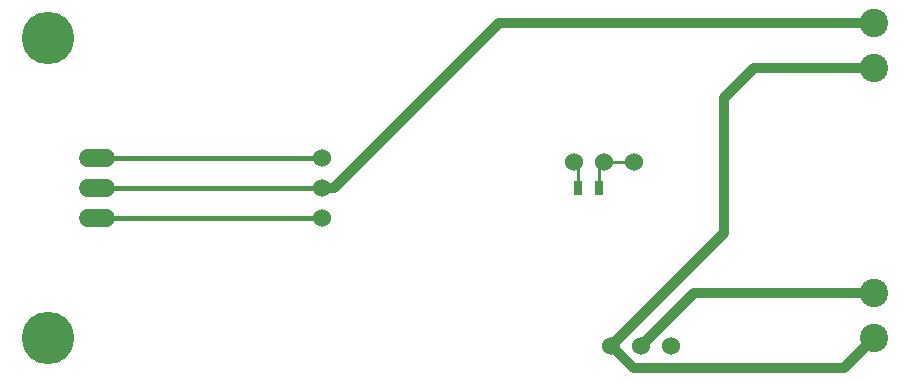
<source format=gtl>
G75*
G70*
%OFA0B0*%
%FSLAX24Y24*%
%IPPOS*%
%LPD*%
%AMOC8*
5,1,8,0,0,1.08239X$1,22.5*
%
%ADD10C,0.0600*%
%ADD11C,0.1750*%
%ADD12C,0.0602*%
%ADD13R,0.0315X0.0472*%
%ADD14C,0.0945*%
%ADD15C,0.0160*%
%ADD16C,0.0320*%
%ADD17C,0.0100*%
D10*
X006550Y007600D02*
X007150Y007600D01*
X007150Y008600D02*
X006550Y008600D01*
X006550Y009600D02*
X007150Y009600D01*
D11*
X005200Y003600D03*
X005200Y013600D03*
D12*
X014350Y009600D03*
X014350Y008600D03*
X014350Y007600D03*
X022725Y009475D03*
X023725Y009475D03*
X024725Y009475D03*
X024975Y003350D03*
X023975Y003350D03*
X025975Y003350D03*
D13*
X023579Y008600D03*
X022871Y008600D03*
D14*
X032725Y005100D03*
X032725Y003600D03*
X032725Y012600D03*
X032725Y014100D03*
D15*
X014350Y009600D02*
X006850Y009600D01*
X006850Y008600D02*
X014350Y008600D01*
X014350Y007600D02*
X006850Y007600D01*
D16*
X014350Y008600D02*
X014725Y008600D01*
X020225Y014100D01*
X032725Y014100D01*
X032725Y012600D02*
X028725Y012600D01*
X027725Y011600D01*
X027725Y007100D01*
X023975Y003350D01*
X024725Y002600D01*
X031725Y002600D01*
X032725Y003600D01*
X032725Y005100D02*
X026725Y005100D01*
X024975Y003350D01*
D17*
X023579Y008600D02*
X023579Y009329D01*
X023725Y009475D01*
X024725Y009475D01*
X022871Y009329D02*
X022871Y008600D01*
X022871Y009329D02*
X022725Y009475D01*
M02*

</source>
